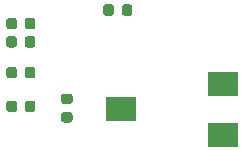
<source format=gtp>
G04 #@! TF.GenerationSoftware,KiCad,Pcbnew,(5.1.4)-1*
G04 #@! TF.CreationDate,2020-05-06T09:34:34+03:00*
G04 #@! TF.ProjectId,Singe_transistor_AMP,53696e67-655f-4747-9261-6e736973746f,V1*
G04 #@! TF.SameCoordinates,Original*
G04 #@! TF.FileFunction,Paste,Top*
G04 #@! TF.FilePolarity,Positive*
%FSLAX46Y46*%
G04 Gerber Fmt 4.6, Leading zero omitted, Abs format (unit mm)*
G04 Created by KiCad (PCBNEW (5.1.4)-1) date 2020-05-06 09:34:34*
%MOMM*%
%LPD*%
G04 APERTURE LIST*
%ADD10R,2.500000X2.000000*%
%ADD11C,0.100000*%
%ADD12C,0.875000*%
G04 APERTURE END LIST*
D10*
X120525000Y-103150000D03*
X111875000Y-101000000D03*
X120525000Y-98850000D03*
D11*
G36*
X102852691Y-97426053D02*
G01*
X102873926Y-97429203D01*
X102894750Y-97434419D01*
X102914962Y-97441651D01*
X102934368Y-97450830D01*
X102952781Y-97461866D01*
X102970024Y-97474654D01*
X102985930Y-97489070D01*
X103000346Y-97504976D01*
X103013134Y-97522219D01*
X103024170Y-97540632D01*
X103033349Y-97560038D01*
X103040581Y-97580250D01*
X103045797Y-97601074D01*
X103048947Y-97622309D01*
X103050000Y-97643750D01*
X103050000Y-98156250D01*
X103048947Y-98177691D01*
X103045797Y-98198926D01*
X103040581Y-98219750D01*
X103033349Y-98239962D01*
X103024170Y-98259368D01*
X103013134Y-98277781D01*
X103000346Y-98295024D01*
X102985930Y-98310930D01*
X102970024Y-98325346D01*
X102952781Y-98338134D01*
X102934368Y-98349170D01*
X102914962Y-98358349D01*
X102894750Y-98365581D01*
X102873926Y-98370797D01*
X102852691Y-98373947D01*
X102831250Y-98375000D01*
X102393750Y-98375000D01*
X102372309Y-98373947D01*
X102351074Y-98370797D01*
X102330250Y-98365581D01*
X102310038Y-98358349D01*
X102290632Y-98349170D01*
X102272219Y-98338134D01*
X102254976Y-98325346D01*
X102239070Y-98310930D01*
X102224654Y-98295024D01*
X102211866Y-98277781D01*
X102200830Y-98259368D01*
X102191651Y-98239962D01*
X102184419Y-98219750D01*
X102179203Y-98198926D01*
X102176053Y-98177691D01*
X102175000Y-98156250D01*
X102175000Y-97643750D01*
X102176053Y-97622309D01*
X102179203Y-97601074D01*
X102184419Y-97580250D01*
X102191651Y-97560038D01*
X102200830Y-97540632D01*
X102211866Y-97522219D01*
X102224654Y-97504976D01*
X102239070Y-97489070D01*
X102254976Y-97474654D01*
X102272219Y-97461866D01*
X102290632Y-97450830D01*
X102310038Y-97441651D01*
X102330250Y-97434419D01*
X102351074Y-97429203D01*
X102372309Y-97426053D01*
X102393750Y-97425000D01*
X102831250Y-97425000D01*
X102852691Y-97426053D01*
X102852691Y-97426053D01*
G37*
D12*
X102612500Y-97900000D03*
D11*
G36*
X104427691Y-97426053D02*
G01*
X104448926Y-97429203D01*
X104469750Y-97434419D01*
X104489962Y-97441651D01*
X104509368Y-97450830D01*
X104527781Y-97461866D01*
X104545024Y-97474654D01*
X104560930Y-97489070D01*
X104575346Y-97504976D01*
X104588134Y-97522219D01*
X104599170Y-97540632D01*
X104608349Y-97560038D01*
X104615581Y-97580250D01*
X104620797Y-97601074D01*
X104623947Y-97622309D01*
X104625000Y-97643750D01*
X104625000Y-98156250D01*
X104623947Y-98177691D01*
X104620797Y-98198926D01*
X104615581Y-98219750D01*
X104608349Y-98239962D01*
X104599170Y-98259368D01*
X104588134Y-98277781D01*
X104575346Y-98295024D01*
X104560930Y-98310930D01*
X104545024Y-98325346D01*
X104527781Y-98338134D01*
X104509368Y-98349170D01*
X104489962Y-98358349D01*
X104469750Y-98365581D01*
X104448926Y-98370797D01*
X104427691Y-98373947D01*
X104406250Y-98375000D01*
X103968750Y-98375000D01*
X103947309Y-98373947D01*
X103926074Y-98370797D01*
X103905250Y-98365581D01*
X103885038Y-98358349D01*
X103865632Y-98349170D01*
X103847219Y-98338134D01*
X103829976Y-98325346D01*
X103814070Y-98310930D01*
X103799654Y-98295024D01*
X103786866Y-98277781D01*
X103775830Y-98259368D01*
X103766651Y-98239962D01*
X103759419Y-98219750D01*
X103754203Y-98198926D01*
X103751053Y-98177691D01*
X103750000Y-98156250D01*
X103750000Y-97643750D01*
X103751053Y-97622309D01*
X103754203Y-97601074D01*
X103759419Y-97580250D01*
X103766651Y-97560038D01*
X103775830Y-97540632D01*
X103786866Y-97522219D01*
X103799654Y-97504976D01*
X103814070Y-97489070D01*
X103829976Y-97474654D01*
X103847219Y-97461866D01*
X103865632Y-97450830D01*
X103885038Y-97441651D01*
X103905250Y-97434419D01*
X103926074Y-97429203D01*
X103947309Y-97426053D01*
X103968750Y-97425000D01*
X104406250Y-97425000D01*
X104427691Y-97426053D01*
X104427691Y-97426053D01*
G37*
D12*
X104187500Y-97900000D03*
D11*
G36*
X112640191Y-92126053D02*
G01*
X112661426Y-92129203D01*
X112682250Y-92134419D01*
X112702462Y-92141651D01*
X112721868Y-92150830D01*
X112740281Y-92161866D01*
X112757524Y-92174654D01*
X112773430Y-92189070D01*
X112787846Y-92204976D01*
X112800634Y-92222219D01*
X112811670Y-92240632D01*
X112820849Y-92260038D01*
X112828081Y-92280250D01*
X112833297Y-92301074D01*
X112836447Y-92322309D01*
X112837500Y-92343750D01*
X112837500Y-92856250D01*
X112836447Y-92877691D01*
X112833297Y-92898926D01*
X112828081Y-92919750D01*
X112820849Y-92939962D01*
X112811670Y-92959368D01*
X112800634Y-92977781D01*
X112787846Y-92995024D01*
X112773430Y-93010930D01*
X112757524Y-93025346D01*
X112740281Y-93038134D01*
X112721868Y-93049170D01*
X112702462Y-93058349D01*
X112682250Y-93065581D01*
X112661426Y-93070797D01*
X112640191Y-93073947D01*
X112618750Y-93075000D01*
X112181250Y-93075000D01*
X112159809Y-93073947D01*
X112138574Y-93070797D01*
X112117750Y-93065581D01*
X112097538Y-93058349D01*
X112078132Y-93049170D01*
X112059719Y-93038134D01*
X112042476Y-93025346D01*
X112026570Y-93010930D01*
X112012154Y-92995024D01*
X111999366Y-92977781D01*
X111988330Y-92959368D01*
X111979151Y-92939962D01*
X111971919Y-92919750D01*
X111966703Y-92898926D01*
X111963553Y-92877691D01*
X111962500Y-92856250D01*
X111962500Y-92343750D01*
X111963553Y-92322309D01*
X111966703Y-92301074D01*
X111971919Y-92280250D01*
X111979151Y-92260038D01*
X111988330Y-92240632D01*
X111999366Y-92222219D01*
X112012154Y-92204976D01*
X112026570Y-92189070D01*
X112042476Y-92174654D01*
X112059719Y-92161866D01*
X112078132Y-92150830D01*
X112097538Y-92141651D01*
X112117750Y-92134419D01*
X112138574Y-92129203D01*
X112159809Y-92126053D01*
X112181250Y-92125000D01*
X112618750Y-92125000D01*
X112640191Y-92126053D01*
X112640191Y-92126053D01*
G37*
D12*
X112400000Y-92600000D03*
D11*
G36*
X111065191Y-92126053D02*
G01*
X111086426Y-92129203D01*
X111107250Y-92134419D01*
X111127462Y-92141651D01*
X111146868Y-92150830D01*
X111165281Y-92161866D01*
X111182524Y-92174654D01*
X111198430Y-92189070D01*
X111212846Y-92204976D01*
X111225634Y-92222219D01*
X111236670Y-92240632D01*
X111245849Y-92260038D01*
X111253081Y-92280250D01*
X111258297Y-92301074D01*
X111261447Y-92322309D01*
X111262500Y-92343750D01*
X111262500Y-92856250D01*
X111261447Y-92877691D01*
X111258297Y-92898926D01*
X111253081Y-92919750D01*
X111245849Y-92939962D01*
X111236670Y-92959368D01*
X111225634Y-92977781D01*
X111212846Y-92995024D01*
X111198430Y-93010930D01*
X111182524Y-93025346D01*
X111165281Y-93038134D01*
X111146868Y-93049170D01*
X111127462Y-93058349D01*
X111107250Y-93065581D01*
X111086426Y-93070797D01*
X111065191Y-93073947D01*
X111043750Y-93075000D01*
X110606250Y-93075000D01*
X110584809Y-93073947D01*
X110563574Y-93070797D01*
X110542750Y-93065581D01*
X110522538Y-93058349D01*
X110503132Y-93049170D01*
X110484719Y-93038134D01*
X110467476Y-93025346D01*
X110451570Y-93010930D01*
X110437154Y-92995024D01*
X110424366Y-92977781D01*
X110413330Y-92959368D01*
X110404151Y-92939962D01*
X110396919Y-92919750D01*
X110391703Y-92898926D01*
X110388553Y-92877691D01*
X110387500Y-92856250D01*
X110387500Y-92343750D01*
X110388553Y-92322309D01*
X110391703Y-92301074D01*
X110396919Y-92280250D01*
X110404151Y-92260038D01*
X110413330Y-92240632D01*
X110424366Y-92222219D01*
X110437154Y-92204976D01*
X110451570Y-92189070D01*
X110467476Y-92174654D01*
X110484719Y-92161866D01*
X110503132Y-92150830D01*
X110522538Y-92141651D01*
X110542750Y-92134419D01*
X110563574Y-92129203D01*
X110584809Y-92126053D01*
X110606250Y-92125000D01*
X111043750Y-92125000D01*
X111065191Y-92126053D01*
X111065191Y-92126053D01*
G37*
D12*
X110825000Y-92600000D03*
D11*
G36*
X102852691Y-94826053D02*
G01*
X102873926Y-94829203D01*
X102894750Y-94834419D01*
X102914962Y-94841651D01*
X102934368Y-94850830D01*
X102952781Y-94861866D01*
X102970024Y-94874654D01*
X102985930Y-94889070D01*
X103000346Y-94904976D01*
X103013134Y-94922219D01*
X103024170Y-94940632D01*
X103033349Y-94960038D01*
X103040581Y-94980250D01*
X103045797Y-95001074D01*
X103048947Y-95022309D01*
X103050000Y-95043750D01*
X103050000Y-95556250D01*
X103048947Y-95577691D01*
X103045797Y-95598926D01*
X103040581Y-95619750D01*
X103033349Y-95639962D01*
X103024170Y-95659368D01*
X103013134Y-95677781D01*
X103000346Y-95695024D01*
X102985930Y-95710930D01*
X102970024Y-95725346D01*
X102952781Y-95738134D01*
X102934368Y-95749170D01*
X102914962Y-95758349D01*
X102894750Y-95765581D01*
X102873926Y-95770797D01*
X102852691Y-95773947D01*
X102831250Y-95775000D01*
X102393750Y-95775000D01*
X102372309Y-95773947D01*
X102351074Y-95770797D01*
X102330250Y-95765581D01*
X102310038Y-95758349D01*
X102290632Y-95749170D01*
X102272219Y-95738134D01*
X102254976Y-95725346D01*
X102239070Y-95710930D01*
X102224654Y-95695024D01*
X102211866Y-95677781D01*
X102200830Y-95659368D01*
X102191651Y-95639962D01*
X102184419Y-95619750D01*
X102179203Y-95598926D01*
X102176053Y-95577691D01*
X102175000Y-95556250D01*
X102175000Y-95043750D01*
X102176053Y-95022309D01*
X102179203Y-95001074D01*
X102184419Y-94980250D01*
X102191651Y-94960038D01*
X102200830Y-94940632D01*
X102211866Y-94922219D01*
X102224654Y-94904976D01*
X102239070Y-94889070D01*
X102254976Y-94874654D01*
X102272219Y-94861866D01*
X102290632Y-94850830D01*
X102310038Y-94841651D01*
X102330250Y-94834419D01*
X102351074Y-94829203D01*
X102372309Y-94826053D01*
X102393750Y-94825000D01*
X102831250Y-94825000D01*
X102852691Y-94826053D01*
X102852691Y-94826053D01*
G37*
D12*
X102612500Y-95300000D03*
D11*
G36*
X104427691Y-94826053D02*
G01*
X104448926Y-94829203D01*
X104469750Y-94834419D01*
X104489962Y-94841651D01*
X104509368Y-94850830D01*
X104527781Y-94861866D01*
X104545024Y-94874654D01*
X104560930Y-94889070D01*
X104575346Y-94904976D01*
X104588134Y-94922219D01*
X104599170Y-94940632D01*
X104608349Y-94960038D01*
X104615581Y-94980250D01*
X104620797Y-95001074D01*
X104623947Y-95022309D01*
X104625000Y-95043750D01*
X104625000Y-95556250D01*
X104623947Y-95577691D01*
X104620797Y-95598926D01*
X104615581Y-95619750D01*
X104608349Y-95639962D01*
X104599170Y-95659368D01*
X104588134Y-95677781D01*
X104575346Y-95695024D01*
X104560930Y-95710930D01*
X104545024Y-95725346D01*
X104527781Y-95738134D01*
X104509368Y-95749170D01*
X104489962Y-95758349D01*
X104469750Y-95765581D01*
X104448926Y-95770797D01*
X104427691Y-95773947D01*
X104406250Y-95775000D01*
X103968750Y-95775000D01*
X103947309Y-95773947D01*
X103926074Y-95770797D01*
X103905250Y-95765581D01*
X103885038Y-95758349D01*
X103865632Y-95749170D01*
X103847219Y-95738134D01*
X103829976Y-95725346D01*
X103814070Y-95710930D01*
X103799654Y-95695024D01*
X103786866Y-95677781D01*
X103775830Y-95659368D01*
X103766651Y-95639962D01*
X103759419Y-95619750D01*
X103754203Y-95598926D01*
X103751053Y-95577691D01*
X103750000Y-95556250D01*
X103750000Y-95043750D01*
X103751053Y-95022309D01*
X103754203Y-95001074D01*
X103759419Y-94980250D01*
X103766651Y-94960038D01*
X103775830Y-94940632D01*
X103786866Y-94922219D01*
X103799654Y-94904976D01*
X103814070Y-94889070D01*
X103829976Y-94874654D01*
X103847219Y-94861866D01*
X103865632Y-94850830D01*
X103885038Y-94841651D01*
X103905250Y-94834419D01*
X103926074Y-94829203D01*
X103947309Y-94826053D01*
X103968750Y-94825000D01*
X104406250Y-94825000D01*
X104427691Y-94826053D01*
X104427691Y-94826053D01*
G37*
D12*
X104187500Y-95300000D03*
D11*
G36*
X102852691Y-100276053D02*
G01*
X102873926Y-100279203D01*
X102894750Y-100284419D01*
X102914962Y-100291651D01*
X102934368Y-100300830D01*
X102952781Y-100311866D01*
X102970024Y-100324654D01*
X102985930Y-100339070D01*
X103000346Y-100354976D01*
X103013134Y-100372219D01*
X103024170Y-100390632D01*
X103033349Y-100410038D01*
X103040581Y-100430250D01*
X103045797Y-100451074D01*
X103048947Y-100472309D01*
X103050000Y-100493750D01*
X103050000Y-101006250D01*
X103048947Y-101027691D01*
X103045797Y-101048926D01*
X103040581Y-101069750D01*
X103033349Y-101089962D01*
X103024170Y-101109368D01*
X103013134Y-101127781D01*
X103000346Y-101145024D01*
X102985930Y-101160930D01*
X102970024Y-101175346D01*
X102952781Y-101188134D01*
X102934368Y-101199170D01*
X102914962Y-101208349D01*
X102894750Y-101215581D01*
X102873926Y-101220797D01*
X102852691Y-101223947D01*
X102831250Y-101225000D01*
X102393750Y-101225000D01*
X102372309Y-101223947D01*
X102351074Y-101220797D01*
X102330250Y-101215581D01*
X102310038Y-101208349D01*
X102290632Y-101199170D01*
X102272219Y-101188134D01*
X102254976Y-101175346D01*
X102239070Y-101160930D01*
X102224654Y-101145024D01*
X102211866Y-101127781D01*
X102200830Y-101109368D01*
X102191651Y-101089962D01*
X102184419Y-101069750D01*
X102179203Y-101048926D01*
X102176053Y-101027691D01*
X102175000Y-101006250D01*
X102175000Y-100493750D01*
X102176053Y-100472309D01*
X102179203Y-100451074D01*
X102184419Y-100430250D01*
X102191651Y-100410038D01*
X102200830Y-100390632D01*
X102211866Y-100372219D01*
X102224654Y-100354976D01*
X102239070Y-100339070D01*
X102254976Y-100324654D01*
X102272219Y-100311866D01*
X102290632Y-100300830D01*
X102310038Y-100291651D01*
X102330250Y-100284419D01*
X102351074Y-100279203D01*
X102372309Y-100276053D01*
X102393750Y-100275000D01*
X102831250Y-100275000D01*
X102852691Y-100276053D01*
X102852691Y-100276053D01*
G37*
D12*
X102612500Y-100750000D03*
D11*
G36*
X104427691Y-100276053D02*
G01*
X104448926Y-100279203D01*
X104469750Y-100284419D01*
X104489962Y-100291651D01*
X104509368Y-100300830D01*
X104527781Y-100311866D01*
X104545024Y-100324654D01*
X104560930Y-100339070D01*
X104575346Y-100354976D01*
X104588134Y-100372219D01*
X104599170Y-100390632D01*
X104608349Y-100410038D01*
X104615581Y-100430250D01*
X104620797Y-100451074D01*
X104623947Y-100472309D01*
X104625000Y-100493750D01*
X104625000Y-101006250D01*
X104623947Y-101027691D01*
X104620797Y-101048926D01*
X104615581Y-101069750D01*
X104608349Y-101089962D01*
X104599170Y-101109368D01*
X104588134Y-101127781D01*
X104575346Y-101145024D01*
X104560930Y-101160930D01*
X104545024Y-101175346D01*
X104527781Y-101188134D01*
X104509368Y-101199170D01*
X104489962Y-101208349D01*
X104469750Y-101215581D01*
X104448926Y-101220797D01*
X104427691Y-101223947D01*
X104406250Y-101225000D01*
X103968750Y-101225000D01*
X103947309Y-101223947D01*
X103926074Y-101220797D01*
X103905250Y-101215581D01*
X103885038Y-101208349D01*
X103865632Y-101199170D01*
X103847219Y-101188134D01*
X103829976Y-101175346D01*
X103814070Y-101160930D01*
X103799654Y-101145024D01*
X103786866Y-101127781D01*
X103775830Y-101109368D01*
X103766651Y-101089962D01*
X103759419Y-101069750D01*
X103754203Y-101048926D01*
X103751053Y-101027691D01*
X103750000Y-101006250D01*
X103750000Y-100493750D01*
X103751053Y-100472309D01*
X103754203Y-100451074D01*
X103759419Y-100430250D01*
X103766651Y-100410038D01*
X103775830Y-100390632D01*
X103786866Y-100372219D01*
X103799654Y-100354976D01*
X103814070Y-100339070D01*
X103829976Y-100324654D01*
X103847219Y-100311866D01*
X103865632Y-100300830D01*
X103885038Y-100291651D01*
X103905250Y-100284419D01*
X103926074Y-100279203D01*
X103947309Y-100276053D01*
X103968750Y-100275000D01*
X104406250Y-100275000D01*
X104427691Y-100276053D01*
X104427691Y-100276053D01*
G37*
D12*
X104187500Y-100750000D03*
D11*
G36*
X104427691Y-93276053D02*
G01*
X104448926Y-93279203D01*
X104469750Y-93284419D01*
X104489962Y-93291651D01*
X104509368Y-93300830D01*
X104527781Y-93311866D01*
X104545024Y-93324654D01*
X104560930Y-93339070D01*
X104575346Y-93354976D01*
X104588134Y-93372219D01*
X104599170Y-93390632D01*
X104608349Y-93410038D01*
X104615581Y-93430250D01*
X104620797Y-93451074D01*
X104623947Y-93472309D01*
X104625000Y-93493750D01*
X104625000Y-94006250D01*
X104623947Y-94027691D01*
X104620797Y-94048926D01*
X104615581Y-94069750D01*
X104608349Y-94089962D01*
X104599170Y-94109368D01*
X104588134Y-94127781D01*
X104575346Y-94145024D01*
X104560930Y-94160930D01*
X104545024Y-94175346D01*
X104527781Y-94188134D01*
X104509368Y-94199170D01*
X104489962Y-94208349D01*
X104469750Y-94215581D01*
X104448926Y-94220797D01*
X104427691Y-94223947D01*
X104406250Y-94225000D01*
X103968750Y-94225000D01*
X103947309Y-94223947D01*
X103926074Y-94220797D01*
X103905250Y-94215581D01*
X103885038Y-94208349D01*
X103865632Y-94199170D01*
X103847219Y-94188134D01*
X103829976Y-94175346D01*
X103814070Y-94160930D01*
X103799654Y-94145024D01*
X103786866Y-94127781D01*
X103775830Y-94109368D01*
X103766651Y-94089962D01*
X103759419Y-94069750D01*
X103754203Y-94048926D01*
X103751053Y-94027691D01*
X103750000Y-94006250D01*
X103750000Y-93493750D01*
X103751053Y-93472309D01*
X103754203Y-93451074D01*
X103759419Y-93430250D01*
X103766651Y-93410038D01*
X103775830Y-93390632D01*
X103786866Y-93372219D01*
X103799654Y-93354976D01*
X103814070Y-93339070D01*
X103829976Y-93324654D01*
X103847219Y-93311866D01*
X103865632Y-93300830D01*
X103885038Y-93291651D01*
X103905250Y-93284419D01*
X103926074Y-93279203D01*
X103947309Y-93276053D01*
X103968750Y-93275000D01*
X104406250Y-93275000D01*
X104427691Y-93276053D01*
X104427691Y-93276053D01*
G37*
D12*
X104187500Y-93750000D03*
D11*
G36*
X102852691Y-93276053D02*
G01*
X102873926Y-93279203D01*
X102894750Y-93284419D01*
X102914962Y-93291651D01*
X102934368Y-93300830D01*
X102952781Y-93311866D01*
X102970024Y-93324654D01*
X102985930Y-93339070D01*
X103000346Y-93354976D01*
X103013134Y-93372219D01*
X103024170Y-93390632D01*
X103033349Y-93410038D01*
X103040581Y-93430250D01*
X103045797Y-93451074D01*
X103048947Y-93472309D01*
X103050000Y-93493750D01*
X103050000Y-94006250D01*
X103048947Y-94027691D01*
X103045797Y-94048926D01*
X103040581Y-94069750D01*
X103033349Y-94089962D01*
X103024170Y-94109368D01*
X103013134Y-94127781D01*
X103000346Y-94145024D01*
X102985930Y-94160930D01*
X102970024Y-94175346D01*
X102952781Y-94188134D01*
X102934368Y-94199170D01*
X102914962Y-94208349D01*
X102894750Y-94215581D01*
X102873926Y-94220797D01*
X102852691Y-94223947D01*
X102831250Y-94225000D01*
X102393750Y-94225000D01*
X102372309Y-94223947D01*
X102351074Y-94220797D01*
X102330250Y-94215581D01*
X102310038Y-94208349D01*
X102290632Y-94199170D01*
X102272219Y-94188134D01*
X102254976Y-94175346D01*
X102239070Y-94160930D01*
X102224654Y-94145024D01*
X102211866Y-94127781D01*
X102200830Y-94109368D01*
X102191651Y-94089962D01*
X102184419Y-94069750D01*
X102179203Y-94048926D01*
X102176053Y-94027691D01*
X102175000Y-94006250D01*
X102175000Y-93493750D01*
X102176053Y-93472309D01*
X102179203Y-93451074D01*
X102184419Y-93430250D01*
X102191651Y-93410038D01*
X102200830Y-93390632D01*
X102211866Y-93372219D01*
X102224654Y-93354976D01*
X102239070Y-93339070D01*
X102254976Y-93324654D01*
X102272219Y-93311866D01*
X102290632Y-93300830D01*
X102310038Y-93291651D01*
X102330250Y-93284419D01*
X102351074Y-93279203D01*
X102372309Y-93276053D01*
X102393750Y-93275000D01*
X102831250Y-93275000D01*
X102852691Y-93276053D01*
X102852691Y-93276053D01*
G37*
D12*
X102612500Y-93750000D03*
D11*
G36*
X107577691Y-99676053D02*
G01*
X107598926Y-99679203D01*
X107619750Y-99684419D01*
X107639962Y-99691651D01*
X107659368Y-99700830D01*
X107677781Y-99711866D01*
X107695024Y-99724654D01*
X107710930Y-99739070D01*
X107725346Y-99754976D01*
X107738134Y-99772219D01*
X107749170Y-99790632D01*
X107758349Y-99810038D01*
X107765581Y-99830250D01*
X107770797Y-99851074D01*
X107773947Y-99872309D01*
X107775000Y-99893750D01*
X107775000Y-100331250D01*
X107773947Y-100352691D01*
X107770797Y-100373926D01*
X107765581Y-100394750D01*
X107758349Y-100414962D01*
X107749170Y-100434368D01*
X107738134Y-100452781D01*
X107725346Y-100470024D01*
X107710930Y-100485930D01*
X107695024Y-100500346D01*
X107677781Y-100513134D01*
X107659368Y-100524170D01*
X107639962Y-100533349D01*
X107619750Y-100540581D01*
X107598926Y-100545797D01*
X107577691Y-100548947D01*
X107556250Y-100550000D01*
X107043750Y-100550000D01*
X107022309Y-100548947D01*
X107001074Y-100545797D01*
X106980250Y-100540581D01*
X106960038Y-100533349D01*
X106940632Y-100524170D01*
X106922219Y-100513134D01*
X106904976Y-100500346D01*
X106889070Y-100485930D01*
X106874654Y-100470024D01*
X106861866Y-100452781D01*
X106850830Y-100434368D01*
X106841651Y-100414962D01*
X106834419Y-100394750D01*
X106829203Y-100373926D01*
X106826053Y-100352691D01*
X106825000Y-100331250D01*
X106825000Y-99893750D01*
X106826053Y-99872309D01*
X106829203Y-99851074D01*
X106834419Y-99830250D01*
X106841651Y-99810038D01*
X106850830Y-99790632D01*
X106861866Y-99772219D01*
X106874654Y-99754976D01*
X106889070Y-99739070D01*
X106904976Y-99724654D01*
X106922219Y-99711866D01*
X106940632Y-99700830D01*
X106960038Y-99691651D01*
X106980250Y-99684419D01*
X107001074Y-99679203D01*
X107022309Y-99676053D01*
X107043750Y-99675000D01*
X107556250Y-99675000D01*
X107577691Y-99676053D01*
X107577691Y-99676053D01*
G37*
D12*
X107300000Y-100112500D03*
D11*
G36*
X107577691Y-101251053D02*
G01*
X107598926Y-101254203D01*
X107619750Y-101259419D01*
X107639962Y-101266651D01*
X107659368Y-101275830D01*
X107677781Y-101286866D01*
X107695024Y-101299654D01*
X107710930Y-101314070D01*
X107725346Y-101329976D01*
X107738134Y-101347219D01*
X107749170Y-101365632D01*
X107758349Y-101385038D01*
X107765581Y-101405250D01*
X107770797Y-101426074D01*
X107773947Y-101447309D01*
X107775000Y-101468750D01*
X107775000Y-101906250D01*
X107773947Y-101927691D01*
X107770797Y-101948926D01*
X107765581Y-101969750D01*
X107758349Y-101989962D01*
X107749170Y-102009368D01*
X107738134Y-102027781D01*
X107725346Y-102045024D01*
X107710930Y-102060930D01*
X107695024Y-102075346D01*
X107677781Y-102088134D01*
X107659368Y-102099170D01*
X107639962Y-102108349D01*
X107619750Y-102115581D01*
X107598926Y-102120797D01*
X107577691Y-102123947D01*
X107556250Y-102125000D01*
X107043750Y-102125000D01*
X107022309Y-102123947D01*
X107001074Y-102120797D01*
X106980250Y-102115581D01*
X106960038Y-102108349D01*
X106940632Y-102099170D01*
X106922219Y-102088134D01*
X106904976Y-102075346D01*
X106889070Y-102060930D01*
X106874654Y-102045024D01*
X106861866Y-102027781D01*
X106850830Y-102009368D01*
X106841651Y-101989962D01*
X106834419Y-101969750D01*
X106829203Y-101948926D01*
X106826053Y-101927691D01*
X106825000Y-101906250D01*
X106825000Y-101468750D01*
X106826053Y-101447309D01*
X106829203Y-101426074D01*
X106834419Y-101405250D01*
X106841651Y-101385038D01*
X106850830Y-101365632D01*
X106861866Y-101347219D01*
X106874654Y-101329976D01*
X106889070Y-101314070D01*
X106904976Y-101299654D01*
X106922219Y-101286866D01*
X106940632Y-101275830D01*
X106960038Y-101266651D01*
X106980250Y-101259419D01*
X107001074Y-101254203D01*
X107022309Y-101251053D01*
X107043750Y-101250000D01*
X107556250Y-101250000D01*
X107577691Y-101251053D01*
X107577691Y-101251053D01*
G37*
D12*
X107300000Y-101687500D03*
M02*

</source>
